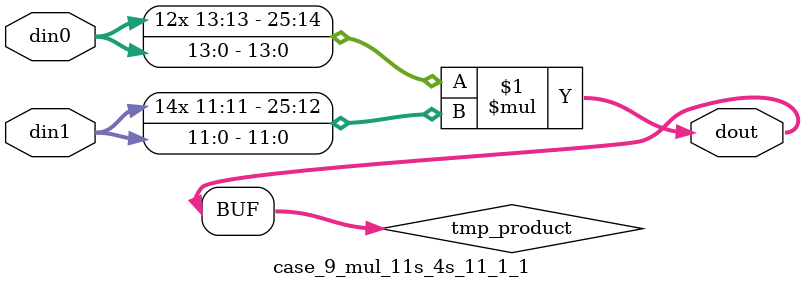
<source format=v>

`timescale 1 ns / 1 ps

 module case_9_mul_11s_4s_11_1_1(din0, din1, dout);
parameter ID = 1;
parameter NUM_STAGE = 0;
parameter din0_WIDTH = 14;
parameter din1_WIDTH = 12;
parameter dout_WIDTH = 26;

input [din0_WIDTH - 1 : 0] din0; 
input [din1_WIDTH - 1 : 0] din1; 
output [dout_WIDTH - 1 : 0] dout;

wire signed [dout_WIDTH - 1 : 0] tmp_product;



























assign tmp_product = $signed(din0) * $signed(din1);








assign dout = tmp_product;





















endmodule

</source>
